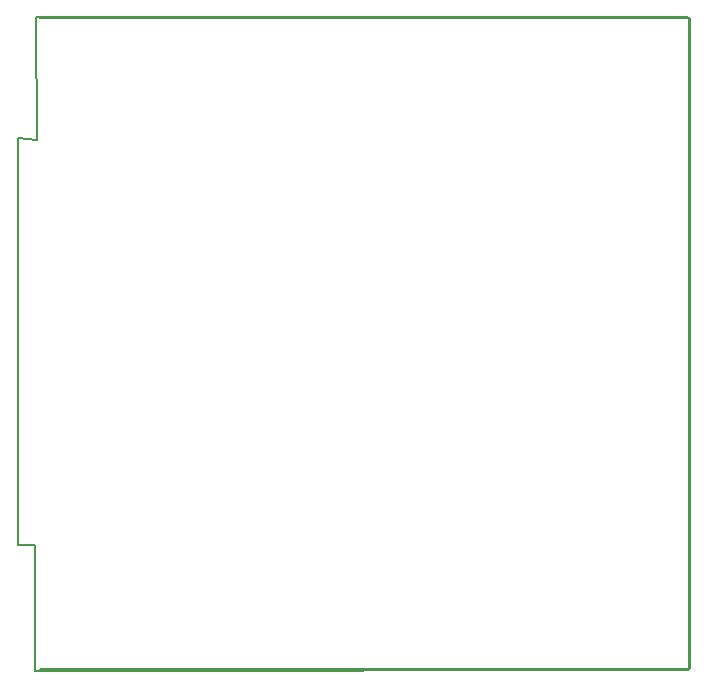
<source format=gbr>
G04 #@! TF.FileFunction,Profile,NP*
%FSLAX46Y46*%
G04 Gerber Fmt 4.6, Leading zero omitted, Abs format (unit mm)*
G04 Created by KiCad (PCBNEW 4.0.6) date 05/07/17 21:00:14*
%MOMM*%
%LPD*%
G01*
G04 APERTURE LIST*
%ADD10C,0.100000*%
%ADD11C,0.150000*%
G04 APERTURE END LIST*
D10*
D11*
X209941700Y-87973500D02*
X208344500Y-87875100D01*
X208344500Y-87875100D02*
X208395300Y-122324700D01*
X208395300Y-122324700D02*
X209843300Y-122279300D01*
X209843300Y-122279300D02*
X209843300Y-132947300D01*
X209843300Y-132947300D02*
X265135300Y-132902900D01*
X265186100Y-77657900D02*
X209868700Y-77594500D01*
X209868700Y-77594500D02*
X209941700Y-87973500D01*
X265132100Y-77618900D02*
X210132100Y-77618900D01*
X210196100Y-132782900D02*
X265196100Y-132782900D01*
X265196100Y-132782900D02*
X265196100Y-77782900D01*
X265240100Y-77710900D02*
X210240100Y-77710900D01*
X265240100Y-132710900D02*
X265240100Y-77710900D01*
M02*

</source>
